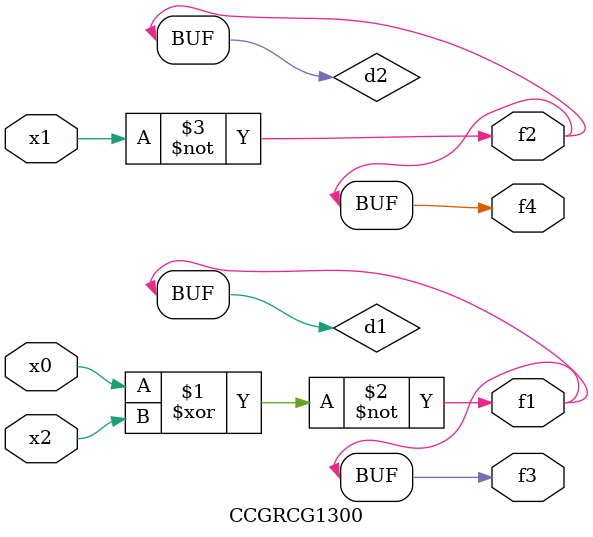
<source format=v>
module CCGRCG1300(
	input x0, x1, x2,
	output f1, f2, f3, f4
);

	wire d1, d2, d3;

	xnor (d1, x0, x2);
	nand (d2, x1);
	nor (d3, x1, x2);
	assign f1 = d1;
	assign f2 = d2;
	assign f3 = d1;
	assign f4 = d2;
endmodule

</source>
